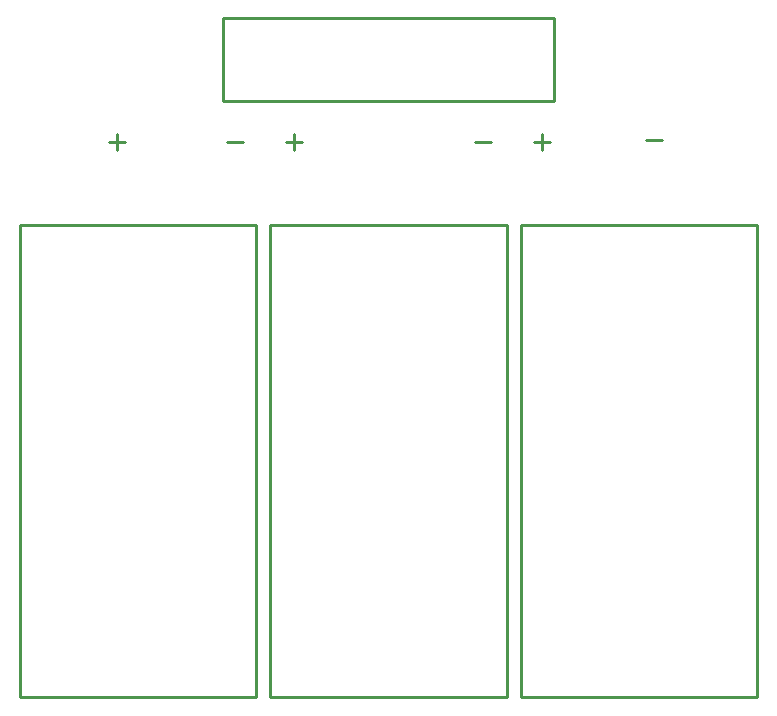
<source format=gbr>
G04*
G04 #@! TF.GenerationSoftware,Altium Limited,Altium Designer,24.3.1 (35)*
G04*
G04 Layer_Color=32896*
%FSLAX25Y25*%
%MOIN*%
G70*
G04*
G04 #@! TF.SameCoordinates,4C6EEDD9-8573-49FE-A8EC-0E224A19D34F*
G04*
G04*
G04 #@! TF.FilePolarity,Positive*
G04*
G01*
G75*
%ADD19C,0.01000*%
D19*
X240945Y70866D02*
X319685D01*
X240945Y228346D02*
X319685D01*
Y70866D02*
Y228346D01*
X240945Y70866D02*
Y228346D01*
X74016Y70866D02*
X152756D01*
X74016Y228346D02*
X152756D01*
Y70866D02*
Y228346D01*
X74016Y70866D02*
Y228346D01*
X157480Y70866D02*
X236221D01*
X157480Y228346D02*
X236221D01*
Y70866D02*
Y228346D01*
X157480Y70866D02*
Y228346D01*
X141732Y297244D02*
X251969D01*
X141732Y269685D02*
X251969D01*
Y297244D01*
X141732Y269685D02*
Y297244D01*
X148293Y255906D02*
X143045D01*
X108923Y255906D02*
X103675D01*
X106299Y258529D02*
Y253282D01*
X288057Y256624D02*
X282809D01*
X250655Y255906D02*
X245408D01*
X248031Y258529D02*
Y253282D01*
X230970Y255906D02*
X225723D01*
X167978Y255906D02*
X162731D01*
X165354Y258529D02*
Y253282D01*
M02*

</source>
